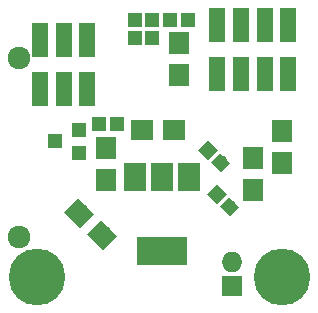
<source format=gbr>
G04 #@! TF.GenerationSoftware,KiCad,Pcbnew,no-vcs-found-33e0758~58~ubuntu16.04.1*
G04 #@! TF.CreationDate,2018-03-21T11:11:48+01:00*
G04 #@! TF.ProjectId,dropbuzzer,64726F7062757A7A65722E6B69636164,rev?*
G04 #@! TF.FileFunction,Soldermask,Bot*
G04 #@! TF.FilePolarity,Negative*
%FSLAX46Y46*%
G04 Gerber Fmt 4.6, Leading zero omitted, Abs format (unit mm)*
G04 Created by KiCad (PCBNEW no-vcs-found-33e0758~58~ubuntu16.04.1) date Wed Mar 21 11:11:48 2018*
%MOMM*%
%LPD*%
G01*
G04 APERTURE LIST*
%ADD10C,0.100000*%
%ADD11C,4.800000*%
%ADD12C,1.924000*%
%ADD13R,1.400000X2.980000*%
%ADD14R,1.300000X1.200000*%
%ADD15R,1.200000X1.150000*%
%ADD16C,1.150000*%
%ADD17R,1.750000X1.750000*%
%ADD18O,1.750000X1.750000*%
%ADD19R,1.700000X1.900000*%
%ADD20C,1.700000*%
%ADD21R,1.900000X1.700000*%
%ADD22R,1.900000X2.400000*%
%ADD23R,4.200000X2.400000*%
G04 APERTURE END LIST*
D10*
D11*
X103000000Y-76500000D03*
D12*
X101450000Y-73100000D03*
X101450000Y-57900000D03*
D11*
X123750000Y-76500000D03*
D13*
X107250000Y-60585000D03*
X107250000Y-56415000D03*
X105250000Y-60585000D03*
X105250000Y-56415000D03*
X103250000Y-60585000D03*
X103250000Y-56415000D03*
X118250000Y-55165000D03*
X118250000Y-59335000D03*
X120250000Y-55165000D03*
X120250000Y-59335000D03*
X122250000Y-55165000D03*
X122250000Y-59335000D03*
X124250000Y-55165000D03*
X124250000Y-59335000D03*
D14*
X106500000Y-64050000D03*
X106500000Y-65950000D03*
X104500000Y-65000000D03*
D15*
X114250000Y-54750000D03*
X115750000Y-54750000D03*
X112750000Y-54750000D03*
X111250000Y-54750000D03*
X111250000Y-56250000D03*
X112750000Y-56250000D03*
D16*
X118219670Y-69469670D03*
D10*
G36*
X117388820Y-69451992D02*
X118201992Y-68638820D01*
X119050520Y-69487348D01*
X118237348Y-70300520D01*
X117388820Y-69451992D01*
X117388820Y-69451992D01*
G37*
D16*
X119280330Y-70530330D03*
D10*
G36*
X118449480Y-70512652D02*
X119262652Y-69699480D01*
X120111180Y-70548008D01*
X119298008Y-71361180D01*
X118449480Y-70512652D01*
X118449480Y-70512652D01*
G37*
D15*
X109750000Y-63500000D03*
X108250000Y-63500000D03*
D16*
X118530330Y-66780330D03*
D10*
G36*
X117699480Y-66762652D02*
X118512652Y-65949480D01*
X119361180Y-66798008D01*
X118548008Y-67611180D01*
X117699480Y-66762652D01*
X117699480Y-66762652D01*
G37*
D16*
X117469670Y-65719670D03*
D10*
G36*
X116638820Y-65701992D02*
X117451992Y-64888820D01*
X118300520Y-65737348D01*
X117487348Y-66550520D01*
X116638820Y-65701992D01*
X116638820Y-65701992D01*
G37*
D17*
X119500000Y-77250000D03*
D18*
X119500000Y-75250000D03*
D19*
X115000000Y-59350000D03*
X115000000Y-56650000D03*
X121250000Y-66400000D03*
X121250000Y-69100000D03*
X123750000Y-66850000D03*
X123750000Y-64150000D03*
D20*
X108454594Y-72954594D03*
D10*
G36*
X107181802Y-72883883D02*
X108383883Y-71681802D01*
X109727386Y-73025305D01*
X108525305Y-74227386D01*
X107181802Y-72883883D01*
X107181802Y-72883883D01*
G37*
D20*
X106545406Y-71045406D03*
D10*
G36*
X105272614Y-70974695D02*
X106474695Y-69772614D01*
X107818198Y-71116117D01*
X106616117Y-72318198D01*
X105272614Y-70974695D01*
X105272614Y-70974695D01*
G37*
D19*
X108801776Y-65550126D03*
X108801776Y-68250126D03*
D21*
X114600000Y-64000000D03*
X111900000Y-64000000D03*
D22*
X111251777Y-68000126D03*
X115851777Y-68000126D03*
X113551777Y-68000126D03*
D23*
X113551777Y-74300126D03*
M02*

</source>
